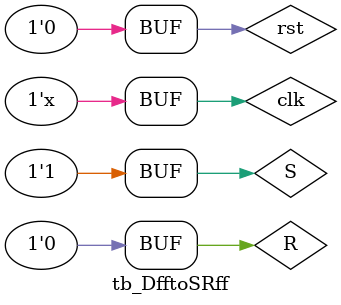
<source format=v>
`timescale 1ns / 1ps

module tb_DfftoSRff();
wire q,qbar;
reg clk,rst,S,R;
Dff_SRff s3(q,qbar,clk,rst,S,R);
always #10 clk=~clk;
initial clk=0;
initial begin
rst=1; #10;
rst=0;
{S,R}=2'b00; #50;
{S,R}=2'b01; #50;
{S,R}=2'b10; #50;
{S,R}=2'b00; #50;
{S,R}=2'b01; #50;
{S,R}=2'b10; #50;
end
endmodule

</source>
